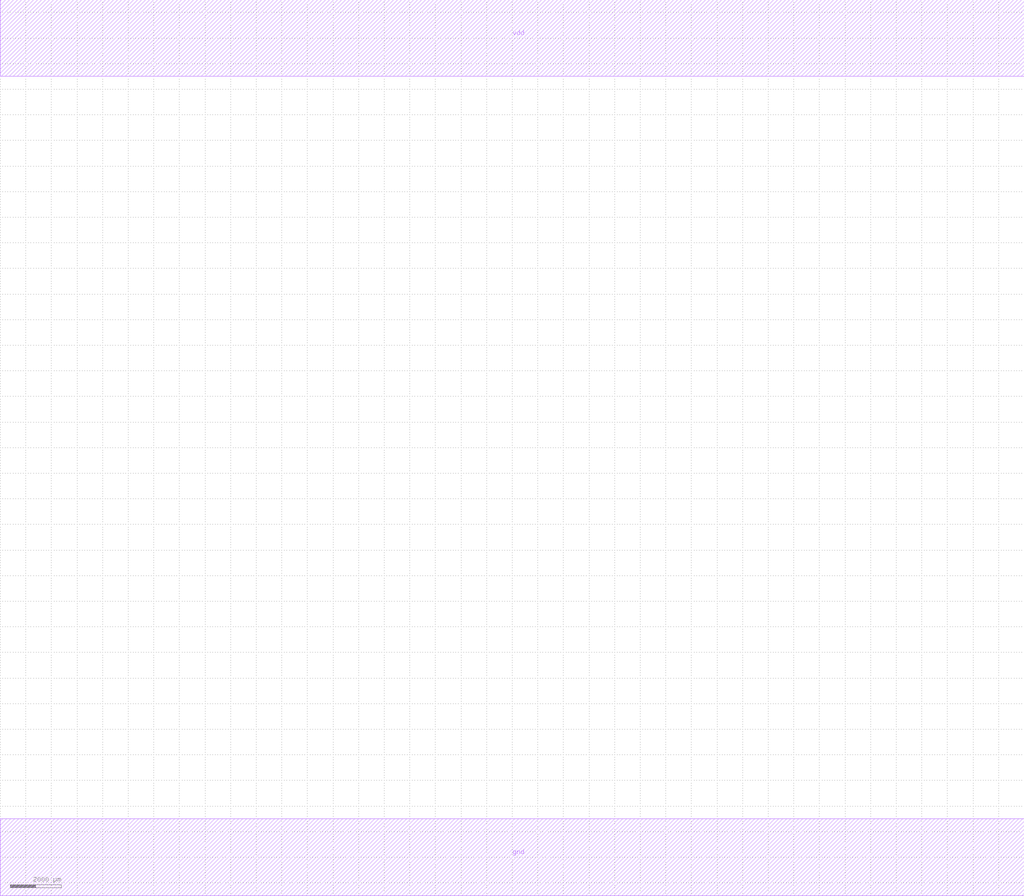
<source format=lef>
MACRO AOI31
 CLASS CORE ;
 ORIGIN 0 0 ;
 FOREIGN AOI31 0 0 ;
 SITE CORE ;
 SYMMETRY X Y R90 ;
  PIN vdd
   DIRECTION INOUT ;
   USE SIGNAL ;
   SHAPE ABUTMENT ;
    PORT
     CLASS CORE ;
       LAYER metal1 ;
        RECT 0.00000000 30500.00000000 40000.00000000 33500.00000000 ;
    END
  END vdd

  PIN gnd
   DIRECTION INOUT ;
   USE SIGNAL ;
   SHAPE ABUTMENT ;
    PORT
     CLASS CORE ;
       LAYER metal1 ;
        RECT 0.00000000 -1500.00000000 40000.00000000 1500.00000000 ;
    END
  END gnd


END AOI31

</source>
